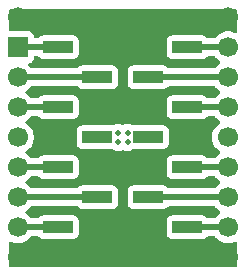
<source format=gbl>
G04 #@! TF.GenerationSoftware,KiCad,Pcbnew,9.0.6*
G04 #@! TF.CreationDate,2026-01-07T12:15:46-06:00*
G04 #@! TF.ProjectId,DHVQFN-14_3.65x3.65_P0.5,44485651-464e-42d3-9134-5f332e363578,rev?*
G04 #@! TF.SameCoordinates,Original*
G04 #@! TF.FileFunction,Copper,L2,Bot*
G04 #@! TF.FilePolarity,Positive*
%FSLAX46Y46*%
G04 Gerber Fmt 4.6, Leading zero omitted, Abs format (unit mm)*
G04 Created by KiCad (PCBNEW 9.0.6) date 2026-01-07 12:15:46*
%MOMM*%
%LPD*%
G01*
G04 APERTURE LIST*
G04 #@! TA.AperFunction,ComponentPad*
%ADD10C,0.508000*%
G04 #@! TD*
G04 #@! TA.AperFunction,ComponentPad*
%ADD11C,1.700000*%
G04 #@! TD*
G04 #@! TA.AperFunction,ComponentPad*
%ADD12R,1.700000X1.700000*%
G04 #@! TD*
G04 #@! TA.AperFunction,SMDPad,CuDef*
%ADD13R,2.510000X1.000000*%
G04 #@! TD*
G04 #@! TA.AperFunction,ViaPad*
%ADD14C,0.600000*%
G04 #@! TD*
G04 #@! TA.AperFunction,Conductor*
%ADD15C,0.500000*%
G04 #@! TD*
G04 APERTURE END LIST*
D10*
X132702300Y-110858300D03*
X132702300Y-111645700D03*
X133489700Y-110858300D03*
X133489700Y-111645700D03*
D11*
X124206000Y-101092000D03*
D12*
X124206000Y-103632000D03*
D11*
X124206000Y-106172000D03*
X124206000Y-108712000D03*
X124206000Y-111252000D03*
X124206000Y-113792000D03*
X124206000Y-116332000D03*
X124206000Y-118872000D03*
X124206000Y-121412000D03*
X141986000Y-101092000D03*
X141986000Y-103632000D03*
X141986000Y-106172000D03*
X141986000Y-108712000D03*
X141986000Y-111252000D03*
X141986000Y-113792000D03*
X141986000Y-116332000D03*
X141986000Y-118872000D03*
X141986000Y-121412000D03*
D13*
X130941000Y-101092000D03*
X127631000Y-103632000D03*
X130941000Y-106172000D03*
X127631000Y-108712000D03*
X130941000Y-111252000D03*
X127631000Y-113792000D03*
X130941000Y-116332000D03*
X127631000Y-118872000D03*
X130941000Y-121412000D03*
X135251000Y-101092000D03*
X138561000Y-103632000D03*
X135251000Y-106172000D03*
X138561000Y-108712000D03*
X135251000Y-111252000D03*
X138561000Y-113792000D03*
X135251000Y-116332000D03*
X138561000Y-118872000D03*
X135251000Y-121412000D03*
D14*
X133096000Y-120359274D03*
X139700000Y-104902000D03*
X133096000Y-103632000D03*
X129794000Y-108458000D03*
X130302000Y-114300000D03*
X136398000Y-108458000D03*
X139700000Y-117602000D03*
X126492000Y-117602000D03*
X135890000Y-114300000D03*
X126492000Y-104902000D03*
D15*
X141986000Y-113792000D02*
X138561000Y-113792000D01*
X124206000Y-108712000D02*
X127631000Y-108712000D01*
X124206000Y-116332000D02*
X130941000Y-116332000D01*
X141986000Y-118872000D02*
X138561000Y-118872000D01*
X124206000Y-103632000D02*
X127631000Y-103632000D01*
X124206000Y-118872000D02*
X127631000Y-118872000D01*
X124206000Y-106172000D02*
X130941000Y-106172000D01*
X141986000Y-116332000D02*
X135251000Y-116332000D01*
X141986000Y-103632000D02*
X138561000Y-103632000D01*
X124206000Y-121412000D02*
X141986000Y-121412000D01*
X141986000Y-101092000D02*
X124206000Y-101092000D01*
X124206000Y-113792000D02*
X127631000Y-113792000D01*
X141986000Y-106172000D02*
X135251000Y-106172000D01*
X141986000Y-108712000D02*
X138561000Y-108712000D01*
G04 #@! TA.AperFunction,Conductor*
G36*
X142698539Y-100432459D02*
G01*
X142744294Y-100485263D01*
X142755500Y-100536774D01*
X142755500Y-102306028D01*
X142735815Y-102373067D01*
X142683011Y-102418822D01*
X142613853Y-102428766D01*
X142575206Y-102416513D01*
X142504417Y-102380445D01*
X142504414Y-102380444D01*
X142504412Y-102380443D01*
X142302243Y-102314754D01*
X142302241Y-102314753D01*
X142302240Y-102314753D01*
X142140957Y-102289208D01*
X142092287Y-102281500D01*
X141879713Y-102281500D01*
X141831042Y-102289208D01*
X141669760Y-102314753D01*
X141467585Y-102380444D01*
X141278179Y-102476951D01*
X141106213Y-102601890D01*
X140955892Y-102752211D01*
X140899097Y-102830385D01*
X140843767Y-102873051D01*
X140798779Y-102881500D01*
X140315751Y-102881500D01*
X140248712Y-102861815D01*
X140216485Y-102831812D01*
X140173548Y-102774457D01*
X140173546Y-102774454D01*
X140173542Y-102774451D01*
X140058335Y-102688206D01*
X140058328Y-102688202D01*
X139923482Y-102637908D01*
X139923483Y-102637908D01*
X139863883Y-102631501D01*
X139863881Y-102631500D01*
X139863873Y-102631500D01*
X139863864Y-102631500D01*
X137258129Y-102631500D01*
X137258123Y-102631501D01*
X137198516Y-102637908D01*
X137063671Y-102688202D01*
X137063664Y-102688206D01*
X136948455Y-102774452D01*
X136948452Y-102774455D01*
X136862206Y-102889664D01*
X136862202Y-102889671D01*
X136811908Y-103024517D01*
X136805501Y-103084116D01*
X136805501Y-103084123D01*
X136805500Y-103084135D01*
X136805500Y-104179870D01*
X136805501Y-104179876D01*
X136811908Y-104239483D01*
X136862202Y-104374328D01*
X136862206Y-104374335D01*
X136948452Y-104489544D01*
X136948455Y-104489547D01*
X137063664Y-104575793D01*
X137063671Y-104575797D01*
X137198517Y-104626091D01*
X137198516Y-104626091D01*
X137205444Y-104626835D01*
X137258127Y-104632500D01*
X139863872Y-104632499D01*
X139923483Y-104626091D01*
X140058331Y-104575796D01*
X140173546Y-104489546D01*
X140211040Y-104439461D01*
X140216485Y-104432188D01*
X140272419Y-104390318D01*
X140315751Y-104382500D01*
X140798779Y-104382500D01*
X140865818Y-104402185D01*
X140899097Y-104433615D01*
X140955892Y-104511788D01*
X141106213Y-104662109D01*
X141278182Y-104787050D01*
X141286946Y-104791516D01*
X141337742Y-104839491D01*
X141354536Y-104907312D01*
X141331998Y-104973447D01*
X141286946Y-105012484D01*
X141278182Y-105016949D01*
X141106213Y-105141890D01*
X140955892Y-105292211D01*
X140899097Y-105370385D01*
X140843767Y-105413051D01*
X140798779Y-105421500D01*
X137005751Y-105421500D01*
X136938712Y-105401815D01*
X136906485Y-105371812D01*
X136863548Y-105314457D01*
X136863546Y-105314454D01*
X136863542Y-105314451D01*
X136748335Y-105228206D01*
X136748328Y-105228202D01*
X136613482Y-105177908D01*
X136613483Y-105177908D01*
X136553883Y-105171501D01*
X136553881Y-105171500D01*
X136553873Y-105171500D01*
X136553864Y-105171500D01*
X133948129Y-105171500D01*
X133948123Y-105171501D01*
X133888516Y-105177908D01*
X133753671Y-105228202D01*
X133753664Y-105228206D01*
X133638455Y-105314452D01*
X133638452Y-105314455D01*
X133552206Y-105429664D01*
X133552202Y-105429671D01*
X133501908Y-105564517D01*
X133495501Y-105624116D01*
X133495501Y-105624123D01*
X133495500Y-105624135D01*
X133495500Y-106719870D01*
X133495501Y-106719876D01*
X133501908Y-106779483D01*
X133552202Y-106914328D01*
X133552206Y-106914335D01*
X133638452Y-107029544D01*
X133638455Y-107029547D01*
X133753664Y-107115793D01*
X133753671Y-107115797D01*
X133888517Y-107166091D01*
X133888516Y-107166091D01*
X133895444Y-107166835D01*
X133948127Y-107172500D01*
X136553872Y-107172499D01*
X136613483Y-107166091D01*
X136748331Y-107115796D01*
X136863546Y-107029546D01*
X136890227Y-106993903D01*
X136906485Y-106972188D01*
X136962419Y-106930318D01*
X137005751Y-106922500D01*
X140798779Y-106922500D01*
X140865818Y-106942185D01*
X140899097Y-106973615D01*
X140955892Y-107051788D01*
X141106213Y-107202109D01*
X141278182Y-107327050D01*
X141286946Y-107331516D01*
X141337742Y-107379491D01*
X141354536Y-107447312D01*
X141331998Y-107513447D01*
X141286946Y-107552484D01*
X141278182Y-107556949D01*
X141106213Y-107681890D01*
X140955892Y-107832211D01*
X140899097Y-107910385D01*
X140843767Y-107953051D01*
X140798779Y-107961500D01*
X140315751Y-107961500D01*
X140248712Y-107941815D01*
X140216485Y-107911812D01*
X140173548Y-107854457D01*
X140173546Y-107854454D01*
X140173542Y-107854451D01*
X140058335Y-107768206D01*
X140058328Y-107768202D01*
X139923482Y-107717908D01*
X139923483Y-107717908D01*
X139863883Y-107711501D01*
X139863881Y-107711500D01*
X139863873Y-107711500D01*
X139863864Y-107711500D01*
X137258129Y-107711500D01*
X137258123Y-107711501D01*
X137198516Y-107717908D01*
X137063671Y-107768202D01*
X137063664Y-107768206D01*
X136948455Y-107854452D01*
X136948452Y-107854455D01*
X136862206Y-107969664D01*
X136862202Y-107969671D01*
X136811908Y-108104517D01*
X136805501Y-108164116D01*
X136805501Y-108164123D01*
X136805500Y-108164135D01*
X136805500Y-109259870D01*
X136805501Y-109259876D01*
X136811908Y-109319483D01*
X136862202Y-109454328D01*
X136862206Y-109454335D01*
X136948452Y-109569544D01*
X136948455Y-109569547D01*
X137063664Y-109655793D01*
X137063671Y-109655797D01*
X137198517Y-109706091D01*
X137198516Y-109706091D01*
X137205444Y-109706835D01*
X137258127Y-109712500D01*
X139863872Y-109712499D01*
X139923483Y-109706091D01*
X140058331Y-109655796D01*
X140173546Y-109569546D01*
X140200227Y-109533903D01*
X140216485Y-109512188D01*
X140272419Y-109470318D01*
X140315751Y-109462500D01*
X140798779Y-109462500D01*
X140865818Y-109482185D01*
X140899097Y-109513615D01*
X140955892Y-109591788D01*
X141106213Y-109742109D01*
X141278182Y-109867050D01*
X141286946Y-109871516D01*
X141337742Y-109919491D01*
X141354536Y-109987312D01*
X141331998Y-110053447D01*
X141286946Y-110092484D01*
X141278182Y-110096949D01*
X141106213Y-110221890D01*
X140955890Y-110372213D01*
X140830951Y-110544179D01*
X140734444Y-110733585D01*
X140668753Y-110935760D01*
X140635500Y-111145713D01*
X140635500Y-111358286D01*
X140668753Y-111568239D01*
X140734444Y-111770414D01*
X140830951Y-111959820D01*
X140955890Y-112131786D01*
X141106213Y-112282109D01*
X141278182Y-112407050D01*
X141286946Y-112411516D01*
X141337742Y-112459491D01*
X141354536Y-112527312D01*
X141331998Y-112593447D01*
X141286946Y-112632484D01*
X141278182Y-112636949D01*
X141106213Y-112761890D01*
X140955892Y-112912211D01*
X140899097Y-112990385D01*
X140843767Y-113033051D01*
X140798779Y-113041500D01*
X140315751Y-113041500D01*
X140248712Y-113021815D01*
X140216485Y-112991812D01*
X140173548Y-112934457D01*
X140173546Y-112934454D01*
X140173542Y-112934451D01*
X140058335Y-112848206D01*
X140058328Y-112848202D01*
X139923482Y-112797908D01*
X139923483Y-112797908D01*
X139863883Y-112791501D01*
X139863881Y-112791500D01*
X139863873Y-112791500D01*
X139863864Y-112791500D01*
X137258129Y-112791500D01*
X137258123Y-112791501D01*
X137198516Y-112797908D01*
X137063671Y-112848202D01*
X137063664Y-112848206D01*
X136948455Y-112934452D01*
X136948452Y-112934455D01*
X136862206Y-113049664D01*
X136862202Y-113049671D01*
X136811908Y-113184517D01*
X136805501Y-113244116D01*
X136805501Y-113244123D01*
X136805500Y-113244135D01*
X136805500Y-114339870D01*
X136805501Y-114339876D01*
X136811908Y-114399483D01*
X136862202Y-114534328D01*
X136862206Y-114534335D01*
X136948452Y-114649544D01*
X136948455Y-114649547D01*
X137063664Y-114735793D01*
X137063671Y-114735797D01*
X137198517Y-114786091D01*
X137198516Y-114786091D01*
X137205444Y-114786835D01*
X137258127Y-114792500D01*
X139863872Y-114792499D01*
X139923483Y-114786091D01*
X140058331Y-114735796D01*
X140173546Y-114649546D01*
X140200227Y-114613903D01*
X140216485Y-114592188D01*
X140272419Y-114550318D01*
X140315751Y-114542500D01*
X140798779Y-114542500D01*
X140865818Y-114562185D01*
X140899097Y-114593615D01*
X140955892Y-114671788D01*
X141106213Y-114822109D01*
X141278182Y-114947050D01*
X141286946Y-114951516D01*
X141337742Y-114999491D01*
X141354536Y-115067312D01*
X141331998Y-115133447D01*
X141286946Y-115172484D01*
X141278182Y-115176949D01*
X141106213Y-115301890D01*
X140955892Y-115452211D01*
X140899097Y-115530385D01*
X140843767Y-115573051D01*
X140798779Y-115581500D01*
X137005751Y-115581500D01*
X136938712Y-115561815D01*
X136906485Y-115531812D01*
X136863548Y-115474457D01*
X136863546Y-115474454D01*
X136863542Y-115474451D01*
X136748335Y-115388206D01*
X136748328Y-115388202D01*
X136613482Y-115337908D01*
X136613483Y-115337908D01*
X136553883Y-115331501D01*
X136553881Y-115331500D01*
X136553873Y-115331500D01*
X136553864Y-115331500D01*
X133948129Y-115331500D01*
X133948123Y-115331501D01*
X133888516Y-115337908D01*
X133753671Y-115388202D01*
X133753664Y-115388206D01*
X133638455Y-115474452D01*
X133638452Y-115474455D01*
X133552206Y-115589664D01*
X133552202Y-115589671D01*
X133501908Y-115724517D01*
X133495501Y-115784116D01*
X133495501Y-115784123D01*
X133495500Y-115784135D01*
X133495500Y-116879870D01*
X133495501Y-116879876D01*
X133501908Y-116939483D01*
X133552202Y-117074328D01*
X133552206Y-117074335D01*
X133638452Y-117189544D01*
X133638455Y-117189547D01*
X133753664Y-117275793D01*
X133753671Y-117275797D01*
X133888517Y-117326091D01*
X133888516Y-117326091D01*
X133895444Y-117326835D01*
X133948127Y-117332500D01*
X136553872Y-117332499D01*
X136613483Y-117326091D01*
X136748331Y-117275796D01*
X136863546Y-117189546D01*
X136890227Y-117153903D01*
X136906485Y-117132188D01*
X136962419Y-117090318D01*
X137005751Y-117082500D01*
X140798779Y-117082500D01*
X140865818Y-117102185D01*
X140899097Y-117133615D01*
X140955892Y-117211788D01*
X141106213Y-117362109D01*
X141278182Y-117487050D01*
X141286946Y-117491516D01*
X141337742Y-117539491D01*
X141354536Y-117607312D01*
X141331998Y-117673447D01*
X141286946Y-117712484D01*
X141278182Y-117716949D01*
X141106213Y-117841890D01*
X140955892Y-117992211D01*
X140899097Y-118070385D01*
X140843767Y-118113051D01*
X140798779Y-118121500D01*
X140315751Y-118121500D01*
X140248712Y-118101815D01*
X140216485Y-118071812D01*
X140173548Y-118014457D01*
X140173546Y-118014454D01*
X140173542Y-118014451D01*
X140058335Y-117928206D01*
X140058328Y-117928202D01*
X139923482Y-117877908D01*
X139923483Y-117877908D01*
X139863883Y-117871501D01*
X139863881Y-117871500D01*
X139863873Y-117871500D01*
X139863864Y-117871500D01*
X137258129Y-117871500D01*
X137258123Y-117871501D01*
X137198516Y-117877908D01*
X137063671Y-117928202D01*
X137063664Y-117928206D01*
X136948455Y-118014452D01*
X136948452Y-118014455D01*
X136862206Y-118129664D01*
X136862202Y-118129671D01*
X136811908Y-118264517D01*
X136805501Y-118324116D01*
X136805501Y-118324123D01*
X136805500Y-118324135D01*
X136805500Y-119419870D01*
X136805501Y-119419876D01*
X136811908Y-119479483D01*
X136862202Y-119614328D01*
X136862206Y-119614335D01*
X136948452Y-119729544D01*
X136948455Y-119729547D01*
X137063664Y-119815793D01*
X137063671Y-119815797D01*
X137198517Y-119866091D01*
X137198516Y-119866091D01*
X137205444Y-119866835D01*
X137258127Y-119872500D01*
X139863872Y-119872499D01*
X139923483Y-119866091D01*
X140058331Y-119815796D01*
X140173546Y-119729546D01*
X140200227Y-119693903D01*
X140216485Y-119672188D01*
X140272419Y-119630318D01*
X140315751Y-119622500D01*
X140798779Y-119622500D01*
X140865818Y-119642185D01*
X140899097Y-119673615D01*
X140955892Y-119751788D01*
X141106213Y-119902109D01*
X141278179Y-120027048D01*
X141278181Y-120027049D01*
X141278184Y-120027051D01*
X141467588Y-120123557D01*
X141669757Y-120189246D01*
X141879713Y-120222500D01*
X141879714Y-120222500D01*
X142092286Y-120222500D01*
X142092287Y-120222500D01*
X142302243Y-120189246D01*
X142504412Y-120123557D01*
X142575205Y-120087485D01*
X142643874Y-120074590D01*
X142708614Y-120100866D01*
X142748872Y-120157972D01*
X142755500Y-120197971D01*
X142755500Y-122147774D01*
X142735815Y-122214813D01*
X142683011Y-122260568D01*
X142631500Y-122271774D01*
X123560500Y-122271774D01*
X123493461Y-122252089D01*
X123447706Y-122199285D01*
X123436500Y-122147774D01*
X123436500Y-120197971D01*
X123456185Y-120130932D01*
X123508989Y-120085177D01*
X123578147Y-120075233D01*
X123616793Y-120087485D01*
X123687588Y-120123557D01*
X123889757Y-120189246D01*
X124099713Y-120222500D01*
X124099714Y-120222500D01*
X124312286Y-120222500D01*
X124312287Y-120222500D01*
X124522243Y-120189246D01*
X124724412Y-120123557D01*
X124913816Y-120027051D01*
X124935789Y-120011086D01*
X125085786Y-119902109D01*
X125085788Y-119902106D01*
X125085792Y-119902104D01*
X125236104Y-119751792D01*
X125252266Y-119729547D01*
X125292903Y-119673615D01*
X125348233Y-119630949D01*
X125393221Y-119622500D01*
X125876249Y-119622500D01*
X125943288Y-119642185D01*
X125975515Y-119672188D01*
X126018451Y-119729542D01*
X126018454Y-119729546D01*
X126018457Y-119729548D01*
X126133664Y-119815793D01*
X126133671Y-119815797D01*
X126268517Y-119866091D01*
X126268516Y-119866091D01*
X126275444Y-119866835D01*
X126328127Y-119872500D01*
X128933872Y-119872499D01*
X128993483Y-119866091D01*
X129128331Y-119815796D01*
X129243546Y-119729546D01*
X129329796Y-119614331D01*
X129380091Y-119479483D01*
X129386500Y-119419873D01*
X129386499Y-118324128D01*
X129380091Y-118264517D01*
X129329796Y-118129669D01*
X129329795Y-118129668D01*
X129329793Y-118129664D01*
X129243547Y-118014455D01*
X129243544Y-118014452D01*
X129128335Y-117928206D01*
X129128328Y-117928202D01*
X128993482Y-117877908D01*
X128993483Y-117877908D01*
X128933883Y-117871501D01*
X128933881Y-117871500D01*
X128933873Y-117871500D01*
X128933864Y-117871500D01*
X126328129Y-117871500D01*
X126328123Y-117871501D01*
X126268516Y-117877908D01*
X126133671Y-117928202D01*
X126133664Y-117928206D01*
X126018457Y-118014451D01*
X126018451Y-118014457D01*
X125975515Y-118071812D01*
X125919581Y-118113682D01*
X125876249Y-118121500D01*
X125393221Y-118121500D01*
X125326182Y-118101815D01*
X125292903Y-118070385D01*
X125236107Y-117992211D01*
X125085786Y-117841890D01*
X124913820Y-117716951D01*
X124913115Y-117716591D01*
X124905054Y-117712485D01*
X124854259Y-117664512D01*
X124837463Y-117596692D01*
X124859999Y-117530556D01*
X124905054Y-117491515D01*
X124913816Y-117487051D01*
X124935789Y-117471086D01*
X125085786Y-117362109D01*
X125085788Y-117362106D01*
X125085792Y-117362104D01*
X125236104Y-117211792D01*
X125252266Y-117189547D01*
X125292903Y-117133615D01*
X125348233Y-117090949D01*
X125393221Y-117082500D01*
X129186249Y-117082500D01*
X129253288Y-117102185D01*
X129285515Y-117132188D01*
X129328451Y-117189542D01*
X129328454Y-117189546D01*
X129328457Y-117189548D01*
X129443664Y-117275793D01*
X129443671Y-117275797D01*
X129578517Y-117326091D01*
X129578516Y-117326091D01*
X129585444Y-117326835D01*
X129638127Y-117332500D01*
X132243872Y-117332499D01*
X132303483Y-117326091D01*
X132438331Y-117275796D01*
X132553546Y-117189546D01*
X132639796Y-117074331D01*
X132690091Y-116939483D01*
X132696500Y-116879873D01*
X132696499Y-115784128D01*
X132690091Y-115724517D01*
X132639796Y-115589669D01*
X132639795Y-115589668D01*
X132639793Y-115589664D01*
X132553547Y-115474455D01*
X132553544Y-115474452D01*
X132438335Y-115388206D01*
X132438328Y-115388202D01*
X132303482Y-115337908D01*
X132303483Y-115337908D01*
X132243883Y-115331501D01*
X132243881Y-115331500D01*
X132243873Y-115331500D01*
X132243864Y-115331500D01*
X129638129Y-115331500D01*
X129638123Y-115331501D01*
X129578516Y-115337908D01*
X129443671Y-115388202D01*
X129443664Y-115388206D01*
X129328457Y-115474451D01*
X129328451Y-115474457D01*
X129285515Y-115531812D01*
X129229581Y-115573682D01*
X129186249Y-115581500D01*
X125393221Y-115581500D01*
X125326182Y-115561815D01*
X125292903Y-115530385D01*
X125236107Y-115452211D01*
X125085786Y-115301890D01*
X124913820Y-115176951D01*
X124913115Y-115176591D01*
X124905054Y-115172485D01*
X124854259Y-115124512D01*
X124837463Y-115056692D01*
X124859999Y-114990556D01*
X124905054Y-114951515D01*
X124913816Y-114947051D01*
X124935789Y-114931086D01*
X125085786Y-114822109D01*
X125085788Y-114822106D01*
X125085792Y-114822104D01*
X125236104Y-114671792D01*
X125252266Y-114649547D01*
X125292903Y-114593615D01*
X125348233Y-114550949D01*
X125393221Y-114542500D01*
X125876249Y-114542500D01*
X125943288Y-114562185D01*
X125975515Y-114592188D01*
X126018451Y-114649542D01*
X126018454Y-114649546D01*
X126018457Y-114649548D01*
X126133664Y-114735793D01*
X126133671Y-114735797D01*
X126268517Y-114786091D01*
X126268516Y-114786091D01*
X126275444Y-114786835D01*
X126328127Y-114792500D01*
X128933872Y-114792499D01*
X128993483Y-114786091D01*
X129128331Y-114735796D01*
X129243546Y-114649546D01*
X129329796Y-114534331D01*
X129380091Y-114399483D01*
X129386500Y-114339873D01*
X129386499Y-113244128D01*
X129380091Y-113184517D01*
X129329796Y-113049669D01*
X129329795Y-113049668D01*
X129329793Y-113049664D01*
X129243547Y-112934455D01*
X129243544Y-112934452D01*
X129128335Y-112848206D01*
X129128328Y-112848202D01*
X128993482Y-112797908D01*
X128993483Y-112797908D01*
X128933883Y-112791501D01*
X128933881Y-112791500D01*
X128933873Y-112791500D01*
X128933864Y-112791500D01*
X126328129Y-112791500D01*
X126328123Y-112791501D01*
X126268516Y-112797908D01*
X126133671Y-112848202D01*
X126133664Y-112848206D01*
X126018457Y-112934451D01*
X126018451Y-112934457D01*
X125975515Y-112991812D01*
X125919581Y-113033682D01*
X125876249Y-113041500D01*
X125393221Y-113041500D01*
X125326182Y-113021815D01*
X125292903Y-112990385D01*
X125236107Y-112912211D01*
X125085786Y-112761890D01*
X124913820Y-112636951D01*
X124913115Y-112636591D01*
X124905054Y-112632485D01*
X124854259Y-112584512D01*
X124837463Y-112516692D01*
X124859999Y-112450556D01*
X124905054Y-112411515D01*
X124913816Y-112407051D01*
X124963156Y-112371204D01*
X125085786Y-112282109D01*
X125085788Y-112282106D01*
X125085792Y-112282104D01*
X125236104Y-112131792D01*
X125236106Y-112131788D01*
X125236109Y-112131786D01*
X125361048Y-111959820D01*
X125361047Y-111959820D01*
X125361051Y-111959816D01*
X125457557Y-111770412D01*
X125523246Y-111568243D01*
X125556500Y-111358287D01*
X125556500Y-111145713D01*
X125523246Y-110935757D01*
X125457557Y-110733588D01*
X125442550Y-110704135D01*
X129185500Y-110704135D01*
X129185500Y-111799870D01*
X129185501Y-111799876D01*
X129191908Y-111859483D01*
X129242202Y-111994328D01*
X129242206Y-111994335D01*
X129328452Y-112109544D01*
X129328455Y-112109547D01*
X129443664Y-112195793D01*
X129443671Y-112195797D01*
X129578517Y-112246091D01*
X129578516Y-112246091D01*
X129585444Y-112246835D01*
X129638127Y-112252500D01*
X132214760Y-112252499D01*
X132281799Y-112272184D01*
X132283629Y-112273383D01*
X132344910Y-112314329D01*
X132482220Y-112371205D01*
X132627983Y-112400199D01*
X132627987Y-112400200D01*
X132627988Y-112400200D01*
X132776613Y-112400200D01*
X132776614Y-112400199D01*
X132922380Y-112371205D01*
X133048548Y-112318943D01*
X133118016Y-112311475D01*
X133143447Y-112318942D01*
X133269620Y-112371205D01*
X133415383Y-112400199D01*
X133415387Y-112400200D01*
X133415388Y-112400200D01*
X133564013Y-112400200D01*
X133564014Y-112400199D01*
X133709780Y-112371205D01*
X133847090Y-112314329D01*
X133908349Y-112273396D01*
X133975022Y-112252519D01*
X133977128Y-112252499D01*
X136553872Y-112252499D01*
X136613483Y-112246091D01*
X136748331Y-112195796D01*
X136863546Y-112109546D01*
X136949796Y-111994331D01*
X137000091Y-111859483D01*
X137006500Y-111799873D01*
X137006499Y-110704128D01*
X137000091Y-110644517D01*
X136962669Y-110544184D01*
X136949797Y-110509671D01*
X136949793Y-110509664D01*
X136863547Y-110394455D01*
X136863544Y-110394452D01*
X136748335Y-110308206D01*
X136748328Y-110308202D01*
X136613482Y-110257908D01*
X136613483Y-110257908D01*
X136553883Y-110251501D01*
X136553881Y-110251500D01*
X136553873Y-110251500D01*
X136553865Y-110251500D01*
X133977241Y-110251500D01*
X133910202Y-110231815D01*
X133908352Y-110230603D01*
X133847091Y-110189671D01*
X133709780Y-110132795D01*
X133709772Y-110132793D01*
X133564016Y-110103800D01*
X133564012Y-110103800D01*
X133415388Y-110103800D01*
X133415383Y-110103800D01*
X133269627Y-110132793D01*
X133269619Y-110132795D01*
X133143453Y-110185055D01*
X133073983Y-110192524D01*
X133048547Y-110185055D01*
X132922380Y-110132795D01*
X132922372Y-110132793D01*
X132776616Y-110103800D01*
X132776612Y-110103800D01*
X132627988Y-110103800D01*
X132627983Y-110103800D01*
X132482227Y-110132793D01*
X132482219Y-110132795D01*
X132344911Y-110189670D01*
X132344910Y-110189671D01*
X132283648Y-110230603D01*
X132216972Y-110251480D01*
X132214760Y-110251500D01*
X129638129Y-110251500D01*
X129638123Y-110251501D01*
X129578516Y-110257908D01*
X129443671Y-110308202D01*
X129443664Y-110308206D01*
X129328455Y-110394452D01*
X129328452Y-110394455D01*
X129242206Y-110509664D01*
X129242202Y-110509671D01*
X129191908Y-110644517D01*
X129185501Y-110704116D01*
X129185501Y-110704123D01*
X129185500Y-110704135D01*
X125442550Y-110704135D01*
X125361051Y-110544184D01*
X125361049Y-110544181D01*
X125361048Y-110544179D01*
X125236109Y-110372213D01*
X125085786Y-110221890D01*
X124913820Y-110096951D01*
X124913115Y-110096591D01*
X124905054Y-110092485D01*
X124854259Y-110044512D01*
X124837463Y-109976692D01*
X124859999Y-109910556D01*
X124905054Y-109871515D01*
X124913816Y-109867051D01*
X124935789Y-109851086D01*
X125085786Y-109742109D01*
X125085788Y-109742106D01*
X125085792Y-109742104D01*
X125236104Y-109591792D01*
X125252266Y-109569547D01*
X125292903Y-109513615D01*
X125348233Y-109470949D01*
X125393221Y-109462500D01*
X125876249Y-109462500D01*
X125943288Y-109482185D01*
X125975515Y-109512188D01*
X126018451Y-109569542D01*
X126018454Y-109569546D01*
X126018457Y-109569548D01*
X126133664Y-109655793D01*
X126133671Y-109655797D01*
X126268517Y-109706091D01*
X126268516Y-109706091D01*
X126275444Y-109706835D01*
X126328127Y-109712500D01*
X128933872Y-109712499D01*
X128993483Y-109706091D01*
X129128331Y-109655796D01*
X129243546Y-109569546D01*
X129329796Y-109454331D01*
X129380091Y-109319483D01*
X129386500Y-109259873D01*
X129386499Y-108164128D01*
X129380091Y-108104517D01*
X129329796Y-107969669D01*
X129329795Y-107969668D01*
X129329793Y-107969664D01*
X129243547Y-107854455D01*
X129243544Y-107854452D01*
X129128335Y-107768206D01*
X129128328Y-107768202D01*
X128993482Y-107717908D01*
X128993483Y-107717908D01*
X128933883Y-107711501D01*
X128933881Y-107711500D01*
X128933873Y-107711500D01*
X128933864Y-107711500D01*
X126328129Y-107711500D01*
X126328123Y-107711501D01*
X126268516Y-107717908D01*
X126133671Y-107768202D01*
X126133664Y-107768206D01*
X126018457Y-107854451D01*
X126018451Y-107854457D01*
X125975515Y-107911812D01*
X125919581Y-107953682D01*
X125876249Y-107961500D01*
X125393221Y-107961500D01*
X125326182Y-107941815D01*
X125292903Y-107910385D01*
X125236107Y-107832211D01*
X125085786Y-107681890D01*
X124913820Y-107556951D01*
X124913115Y-107556591D01*
X124905054Y-107552485D01*
X124854259Y-107504512D01*
X124837463Y-107436692D01*
X124859999Y-107370556D01*
X124905054Y-107331515D01*
X124913816Y-107327051D01*
X124935789Y-107311086D01*
X125085786Y-107202109D01*
X125085788Y-107202106D01*
X125085792Y-107202104D01*
X125236104Y-107051792D01*
X125252266Y-107029547D01*
X125292903Y-106973615D01*
X125348233Y-106930949D01*
X125393221Y-106922500D01*
X129186249Y-106922500D01*
X129253288Y-106942185D01*
X129285515Y-106972188D01*
X129328451Y-107029542D01*
X129328454Y-107029546D01*
X129328457Y-107029548D01*
X129443664Y-107115793D01*
X129443671Y-107115797D01*
X129578517Y-107166091D01*
X129578516Y-107166091D01*
X129585444Y-107166835D01*
X129638127Y-107172500D01*
X132243872Y-107172499D01*
X132303483Y-107166091D01*
X132438331Y-107115796D01*
X132553546Y-107029546D01*
X132639796Y-106914331D01*
X132690091Y-106779483D01*
X132696500Y-106719873D01*
X132696499Y-105624128D01*
X132690091Y-105564517D01*
X132639796Y-105429669D01*
X132639795Y-105429668D01*
X132639793Y-105429664D01*
X132553547Y-105314455D01*
X132553544Y-105314452D01*
X132438335Y-105228206D01*
X132438328Y-105228202D01*
X132303482Y-105177908D01*
X132303483Y-105177908D01*
X132243883Y-105171501D01*
X132243881Y-105171500D01*
X132243873Y-105171500D01*
X132243864Y-105171500D01*
X129638129Y-105171500D01*
X129638123Y-105171501D01*
X129578516Y-105177908D01*
X129443671Y-105228202D01*
X129443664Y-105228206D01*
X129328457Y-105314451D01*
X129328451Y-105314457D01*
X129285515Y-105371812D01*
X129229581Y-105413682D01*
X129186249Y-105421500D01*
X125393221Y-105421500D01*
X125326182Y-105401815D01*
X125292903Y-105370385D01*
X125236107Y-105292211D01*
X125122569Y-105178673D01*
X125089084Y-105117350D01*
X125094068Y-105047658D01*
X125135940Y-104991725D01*
X125166915Y-104974810D01*
X125298331Y-104925796D01*
X125413546Y-104839546D01*
X125499796Y-104724331D01*
X125550091Y-104589483D01*
X125556500Y-104529873D01*
X125556500Y-104506500D01*
X125559050Y-104497814D01*
X125557762Y-104488853D01*
X125568740Y-104464812D01*
X125576185Y-104439461D01*
X125583025Y-104433533D01*
X125586787Y-104425297D01*
X125609021Y-104411007D01*
X125628989Y-104393706D01*
X125639503Y-104391418D01*
X125645565Y-104387523D01*
X125680500Y-104382500D01*
X125876249Y-104382500D01*
X125943288Y-104402185D01*
X125975515Y-104432188D01*
X125980960Y-104439461D01*
X126018454Y-104489546D01*
X126018457Y-104489548D01*
X126133664Y-104575793D01*
X126133671Y-104575797D01*
X126268517Y-104626091D01*
X126268516Y-104626091D01*
X126275444Y-104626835D01*
X126328127Y-104632500D01*
X128933872Y-104632499D01*
X128993483Y-104626091D01*
X129128331Y-104575796D01*
X129243546Y-104489546D01*
X129329796Y-104374331D01*
X129380091Y-104239483D01*
X129386500Y-104179873D01*
X129386499Y-103084128D01*
X129380091Y-103024517D01*
X129329796Y-102889669D01*
X129329795Y-102889668D01*
X129329793Y-102889664D01*
X129243547Y-102774455D01*
X129243544Y-102774452D01*
X129128335Y-102688206D01*
X129128328Y-102688202D01*
X128993482Y-102637908D01*
X128993483Y-102637908D01*
X128933883Y-102631501D01*
X128933881Y-102631500D01*
X128933873Y-102631500D01*
X128933864Y-102631500D01*
X126328129Y-102631500D01*
X126328123Y-102631501D01*
X126268516Y-102637908D01*
X126133671Y-102688202D01*
X126133664Y-102688206D01*
X126018457Y-102774451D01*
X126018451Y-102774457D01*
X125975515Y-102831812D01*
X125971859Y-102834548D01*
X125969962Y-102838703D01*
X125944144Y-102855294D01*
X125919581Y-102873682D01*
X125913953Y-102874697D01*
X125911184Y-102876477D01*
X125876249Y-102881500D01*
X125680499Y-102881500D01*
X125613460Y-102861815D01*
X125567705Y-102809011D01*
X125556499Y-102757500D01*
X125556499Y-102734129D01*
X125556498Y-102734123D01*
X125550091Y-102674516D01*
X125499797Y-102539671D01*
X125499793Y-102539664D01*
X125413547Y-102424455D01*
X125413544Y-102424452D01*
X125298335Y-102338206D01*
X125298328Y-102338202D01*
X125163482Y-102287908D01*
X125163483Y-102287908D01*
X125103883Y-102281501D01*
X125103881Y-102281500D01*
X125103873Y-102281500D01*
X125103865Y-102281500D01*
X123560500Y-102281500D01*
X123493461Y-102261815D01*
X123447706Y-102209011D01*
X123436500Y-102157500D01*
X123436500Y-100536774D01*
X123456185Y-100469735D01*
X123508989Y-100423980D01*
X123560500Y-100412774D01*
X142631500Y-100412774D01*
X142698539Y-100432459D01*
G37*
G04 #@! TD.AperFunction*
M02*

</source>
